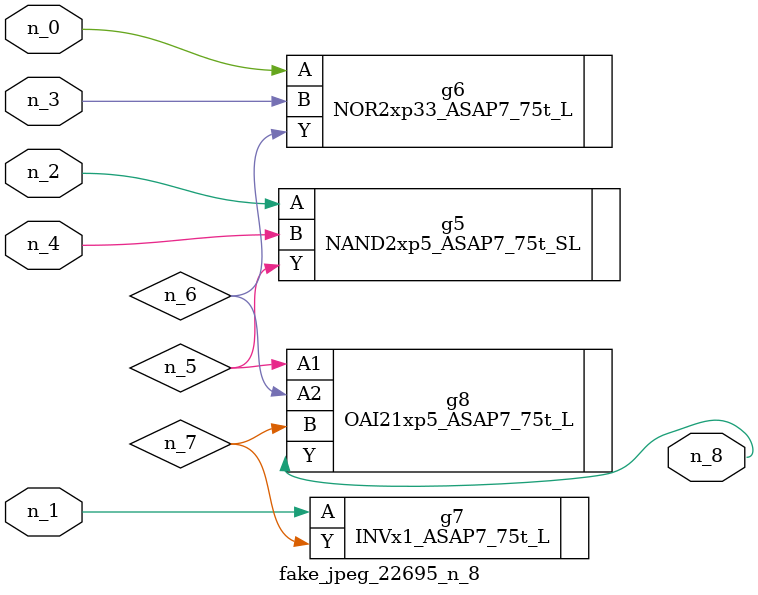
<source format=v>
module fake_jpeg_22695_n_8 (n_3, n_2, n_1, n_0, n_4, n_8);

input n_3;
input n_2;
input n_1;
input n_0;
input n_4;

output n_8;

wire n_6;
wire n_5;
wire n_7;

NAND2xp5_ASAP7_75t_SL g5 ( 
.A(n_2),
.B(n_4),
.Y(n_5)
);

NOR2xp33_ASAP7_75t_L g6 ( 
.A(n_0),
.B(n_3),
.Y(n_6)
);

INVx1_ASAP7_75t_L g7 ( 
.A(n_1),
.Y(n_7)
);

OAI21xp5_ASAP7_75t_L g8 ( 
.A1(n_5),
.A2(n_6),
.B(n_7),
.Y(n_8)
);


endmodule
</source>
